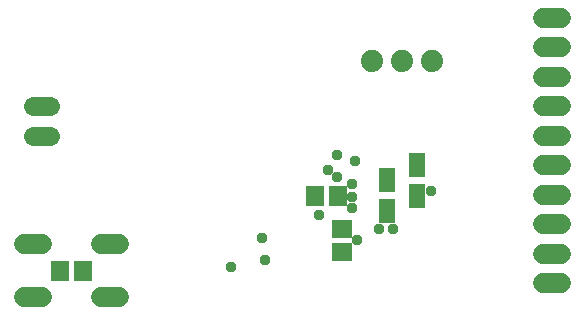
<source format=gbr>
G04 EAGLE Gerber RS-274X export*
G75*
%MOMM*%
%FSLAX34Y34*%
%LPD*%
%INSoldermask Bottom*%
%IPPOS*%
%AMOC8*
5,1,8,0,0,1.08239X$1,22.5*%
G01*
%ADD10R,1.391900X1.998700*%
%ADD11R,1.703200X1.503200*%
%ADD12R,1.503200X1.703200*%
%ADD13C,1.625600*%
%ADD14C,1.727200*%
%ADD15C,1.879600*%
%ADD16C,0.959600*%


D10*
X609600Y444101D03*
X609600Y470299D03*
X584200Y431401D03*
X584200Y457599D03*
D11*
X546100Y396900D03*
X546100Y415900D03*
D12*
X523900Y444500D03*
X542900Y444500D03*
D13*
X299212Y495300D02*
X284988Y495300D01*
X284988Y520700D02*
X299212Y520700D01*
D14*
X716280Y545100D02*
X731520Y545100D01*
X731520Y520100D02*
X716280Y520100D01*
X716280Y420100D02*
X731520Y420100D01*
X731520Y495100D02*
X716280Y495100D01*
X716280Y470100D02*
X731520Y470100D01*
X731520Y445100D02*
X716280Y445100D01*
X716280Y395100D02*
X731520Y395100D01*
X731520Y370100D02*
X716280Y370100D01*
X716280Y570100D02*
X731520Y570100D01*
X731520Y595100D02*
X716280Y595100D01*
D12*
X327000Y381000D03*
X308000Y381000D03*
D14*
X292608Y403606D02*
X277368Y403606D01*
X277368Y358394D02*
X292608Y358394D01*
X342392Y403606D02*
X357632Y403606D01*
X357632Y358394D02*
X342392Y358394D01*
D15*
X596900Y558800D03*
X622300Y558800D03*
X571500Y558800D03*
D16*
X621792Y448056D03*
X534924Y466344D03*
X577596Y416052D03*
X478536Y408432D03*
X559308Y406908D03*
X481584Y390144D03*
X554736Y434340D03*
X589788Y416052D03*
X452628Y384048D03*
X554736Y443484D03*
X542544Y478536D03*
X557784Y473964D03*
X527304Y428244D03*
X554736Y454152D03*
X542544Y460248D03*
M02*

</source>
